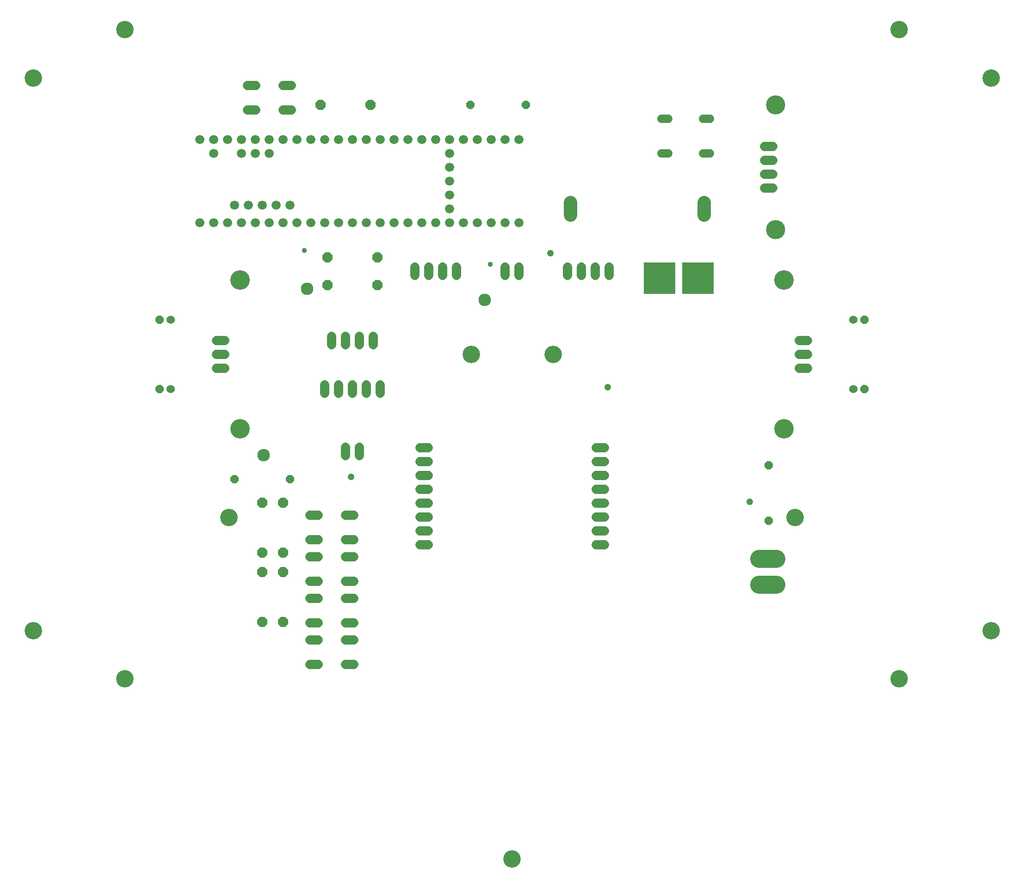
<source format=gbr>
G04 EAGLE Gerber RS-274X export*
G75*
%MOMM*%
%FSLAX34Y34*%
%LPD*%
%INSoldermask Bottom*%
%IPPOS*%
%AMOC8*
5,1,8,0,0,1.08239X$1,22.5*%
G01*
%ADD10C,3.203200*%
%ADD11P,1.649562X8X22.500000*%
%ADD12C,1.524000*%
%ADD13P,1.649562X8X202.500000*%
%ADD14C,1.727200*%
%ADD15C,2.453200*%
%ADD16R,5.719200X5.719200*%
%ADD17C,3.319200*%
%ADD18C,1.676400*%
%ADD19C,3.505200*%
%ADD20P,2.034460X8X292.500000*%
%ADD21P,1.649562X8X112.500000*%
%ADD22P,2.034460X8X202.500000*%
%ADD23C,1.524000*%
%ADD24C,2.298700*%
%ADD25C,1.219200*%
%ADD26C,0.959600*%
%ADD27C,3.569200*%


D10*
X-876849Y506254D03*
X-708591Y594581D03*
X708591Y594581D03*
X876849Y506254D03*
X74999Y0D03*
X-74999Y0D03*
X-518179Y-299156D03*
X-876853Y-506246D03*
X-708591Y-594576D03*
X0Y-924998D03*
X708591Y-594576D03*
X876853Y-506246D03*
X518179Y-299156D03*
D11*
X645160Y-63500D03*
D12*
X624840Y-63500D03*
D11*
X645160Y63500D03*
D12*
X624840Y63500D03*
D13*
X-645160Y63500D03*
D12*
X-624840Y63500D03*
D13*
X-645160Y-63500D03*
D12*
X-624840Y-63500D03*
D14*
X525780Y-25400D02*
X541020Y-25400D01*
X541020Y0D02*
X525780Y0D01*
X525780Y25400D02*
X541020Y25400D01*
X-525780Y25400D02*
X-541020Y25400D01*
X-541020Y0D02*
X-525780Y0D01*
X-525780Y-25400D02*
X-541020Y-25400D01*
D15*
X106100Y255450D02*
X106100Y277950D01*
X351100Y277950D02*
X351100Y255450D01*
D16*
X269800Y139700D03*
X339800Y139700D03*
D17*
X452220Y-374600D02*
X483380Y-374600D01*
X483380Y-421600D02*
X452220Y-421600D01*
D14*
X-254000Y17780D02*
X-254000Y33020D01*
X-279400Y33020D02*
X-279400Y17780D01*
X-304800Y17780D02*
X-304800Y33020D01*
X-330200Y33020D02*
X-330200Y17780D01*
X177800Y144780D02*
X177800Y160020D01*
X152400Y160020D02*
X152400Y144780D01*
X127000Y144780D02*
X127000Y160020D01*
X101600Y160020D02*
X101600Y144780D01*
X-153670Y-349260D02*
X-168910Y-349260D01*
X-168910Y-323860D02*
X-153670Y-323860D01*
X-153670Y-298460D02*
X-168910Y-298460D01*
X-168910Y-273060D02*
X-153670Y-273060D01*
X-153670Y-247660D02*
X-168910Y-247660D01*
X-168910Y-222260D02*
X-153670Y-222260D01*
X-153670Y-196860D02*
X-168910Y-196860D01*
X-168910Y-171460D02*
X-153670Y-171460D01*
X153670Y-349260D02*
X168910Y-349260D01*
X168910Y-323860D02*
X153670Y-323860D01*
X153670Y-298460D02*
X168910Y-298460D01*
X168910Y-273060D02*
X153670Y-273060D01*
X153670Y-247660D02*
X168910Y-247660D01*
X168910Y-222260D02*
X153670Y-222260D01*
X153670Y-196860D02*
X168910Y-196860D01*
X168910Y-171460D02*
X153670Y-171460D01*
D18*
X-571500Y241300D03*
X-546100Y241300D03*
X-520700Y241300D03*
X-495300Y241300D03*
X-469900Y241300D03*
X-444500Y241300D03*
X-419100Y241300D03*
X-393700Y241300D03*
X-368300Y241300D03*
X-342900Y241300D03*
X-317500Y241300D03*
X-292100Y241300D03*
X-266700Y241300D03*
X-241300Y241300D03*
X-190500Y241300D03*
X-165100Y241300D03*
X-139700Y241300D03*
X-114300Y241300D03*
X-114300Y368300D03*
X-241300Y393700D03*
X-266700Y393700D03*
X-292100Y393700D03*
X-317500Y393700D03*
X-342900Y393700D03*
X-368300Y393700D03*
X-393700Y393700D03*
X-419100Y393700D03*
X-444500Y393700D03*
X-469900Y393700D03*
X-495300Y393700D03*
X-520700Y393700D03*
X-546100Y393700D03*
X-571500Y393700D03*
X-546100Y368300D03*
X-495300Y368300D03*
X-469900Y368300D03*
X-444500Y368300D03*
X-406400Y273050D03*
X-215900Y241300D03*
X-457200Y273050D03*
X-508000Y273050D03*
X-431800Y273050D03*
X-482600Y273050D03*
X-114300Y266700D03*
X-114300Y393700D03*
X-139700Y393700D03*
X-165100Y393700D03*
X-190500Y393700D03*
X-215900Y393700D03*
X-114300Y292100D03*
X-114300Y317500D03*
X-114300Y342900D03*
X-88900Y241300D03*
X-63500Y241300D03*
X-38100Y241300D03*
X-12700Y241300D03*
X12700Y241300D03*
X12700Y393700D03*
X-88900Y393700D03*
X-63500Y393700D03*
X-38100Y393700D03*
X-12700Y393700D03*
D13*
X25400Y457200D03*
X-76200Y457200D03*
D14*
X-292100Y-55880D02*
X-292100Y-71120D01*
X-317500Y-71120D02*
X-317500Y-55880D01*
X-342900Y-55880D02*
X-342900Y-71120D01*
X-266700Y-71120D02*
X-266700Y-55880D01*
X-241300Y-55880D02*
X-241300Y-71120D01*
X461680Y304800D02*
X476920Y304800D01*
X476920Y330200D02*
X461680Y330200D01*
X461680Y355600D02*
X476920Y355600D01*
X476920Y381000D02*
X461680Y381000D01*
D19*
X482000Y457200D03*
X482000Y228600D03*
D20*
X-419100Y-271780D03*
X-419100Y-363220D03*
X-457200Y-271780D03*
X-457200Y-363220D03*
X-419100Y-398780D03*
X-419100Y-490220D03*
X-457200Y-398780D03*
X-457200Y-490220D03*
D14*
X-370332Y-294894D02*
X-355092Y-294894D01*
X-355092Y-340106D02*
X-370332Y-340106D01*
X-305308Y-294894D02*
X-290068Y-294894D01*
X-290068Y-340106D02*
X-305308Y-340106D01*
X-355092Y-371094D02*
X-370332Y-371094D01*
X-370332Y-416306D02*
X-355092Y-416306D01*
X-305308Y-371094D02*
X-290068Y-371094D01*
X-290068Y-416306D02*
X-305308Y-416306D01*
X-355092Y-447294D02*
X-370332Y-447294D01*
X-370332Y-492506D02*
X-355092Y-492506D01*
X-305308Y-447294D02*
X-290068Y-447294D01*
X-290068Y-492506D02*
X-305308Y-492506D01*
X-355092Y-523494D02*
X-370332Y-523494D01*
X-370332Y-568706D02*
X-355092Y-568706D01*
X-305308Y-523494D02*
X-290068Y-523494D01*
X-290068Y-568706D02*
X-305308Y-568706D01*
D21*
X469900Y-304800D03*
X469900Y-203200D03*
D11*
X-508000Y-228600D03*
X-406400Y-228600D03*
D14*
X-304800Y-185420D02*
X-304800Y-170180D01*
X-279400Y-170180D02*
X-279400Y-185420D01*
X-101600Y144780D02*
X-101600Y160020D01*
X-127000Y160020D02*
X-127000Y144780D01*
X-152400Y144780D02*
X-152400Y160020D01*
X-177800Y160020D02*
X-177800Y144780D01*
D22*
X-246380Y177800D03*
X-337820Y177800D03*
X-246380Y127000D03*
X-337820Y127000D03*
D14*
X-12700Y144780D02*
X-12700Y160020D01*
X12700Y160020D02*
X12700Y144780D01*
D22*
X-259080Y457200D03*
X-350520Y457200D03*
D14*
X-469392Y492506D02*
X-484632Y492506D01*
X-484632Y447294D02*
X-469392Y447294D01*
X-419608Y492506D02*
X-404368Y492506D01*
X-404368Y447294D02*
X-419608Y447294D01*
D23*
X348996Y368300D02*
X362204Y368300D01*
X286004Y368300D02*
X272796Y368300D01*
X348996Y431800D02*
X362204Y431800D01*
X286004Y431800D02*
X272796Y431800D01*
D24*
X-375000Y120000D03*
D25*
X70000Y185000D03*
X-295000Y-225000D03*
X175000Y-60000D03*
X435000Y-270000D03*
D26*
X-380000Y190000D03*
X-40000Y165000D03*
D27*
X498000Y-136500D03*
X498000Y136500D03*
X-498000Y136500D03*
X-498000Y-136500D03*
D24*
X-50000Y100000D03*
X-455000Y-185000D03*
M02*

</source>
